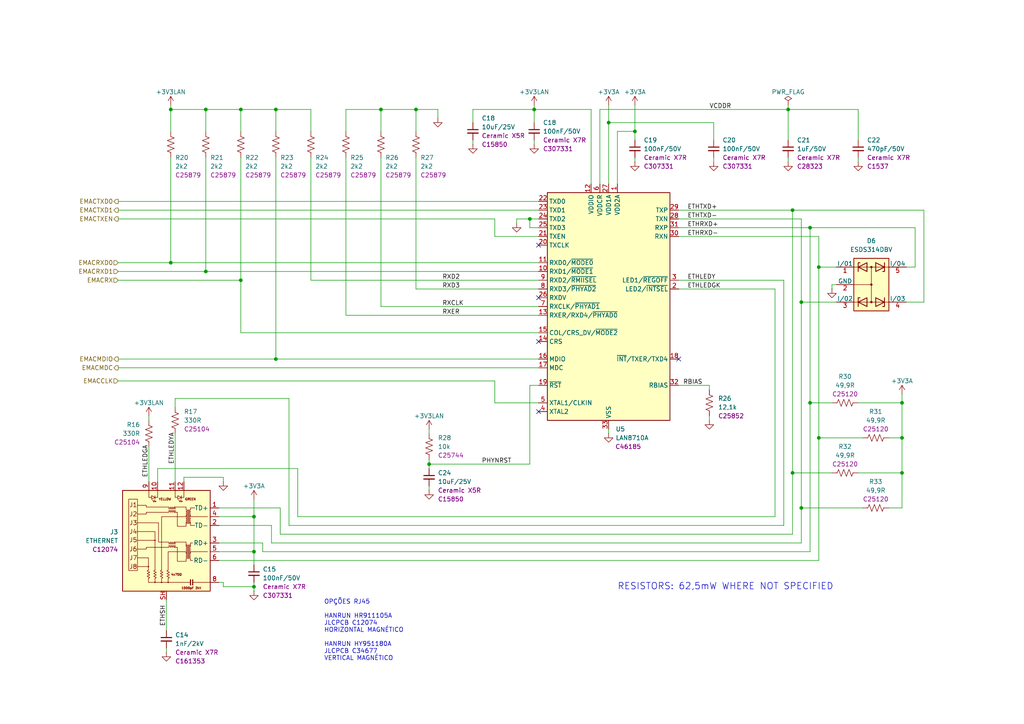
<source format=kicad_sch>
(kicad_sch (version 20250114) (generator "eeschema") (generator_version "9.0")
  (paper "A4")
  (title_block (title "ESP 24V 16xIn/16xOut/1-Wire Module") (date "2026-02-10") (rev "V5.2"))
  (lib_symbols
    (symbol "Device:C_Small" (pin_numbers (hide yes)) (pin_names (offset 0.254) (hide yes))
      (property "Reference" "C" (at 0.254 1.778 0))
      (property "Value" "C_Small" (at 0.254 -2.032 0))
      (symbol "C_Small_1_1"
        (pin passive line (at 0 2.54 270) (length 2.032) (name "~") (number "1"))
        (pin passive line (at 0 -2.54 90) (length 2.032) (name "~") (number "2"))
      )
    )
    (symbol "Device:R_US" (pin_numbers (hide yes)) (pin_names (offset 0))
      (property "Reference" "R" (at 2.54 0 90))
      (property "Value" "R_US" (at -2.54 0 90))
      (symbol "R_US_1_1"
        (pin passive line (at 0 3.81 270) (length 1.27) (name "~") (number "1"))
        (pin passive line (at 0 -3.81 90) (length 1.27) (name "~") (number "2"))
      )
    )
    (symbol "Interface_Ethernet:LAN8710A"
      (property "Reference" "U" (at -13.97 34.29 0))
      (property "Value" "LAN8710A" (at 17.78 34.29 0))
      (symbol "LAN8710A_1_1"
        (pin input line (at -20.32 30.48 0) (length 2.54) (name "TXD0") (number "22"))
        (pin input line (at -20.32 27.94 0) (length 2.54) (name "TXD1") (number "23"))
        (pin input line (at -20.32 25.4 0) (length 2.54) (name "TXD2") (number "24"))
        (pin input line (at -20.32 22.86 0) (length 2.54) (name "TXD3") (number "25"))
        (pin input line (at -20.32 20.32 0) (length 2.54) (name "TXEN") (number "21"))
        (pin output line (at -20.32 17.78 0) (length 2.54) (name "TXCLK") (number "20"))
        (pin bidirectional line (at -20.32 12.7 0) (length 2.54) (name "RXD0/~{MODE0}") (number "11"))
        (pin bidirectional line (at -20.32 10.16 0) (length 2.54) (name "RXD1/~{MODE1}") (number "10"))
        (pin bidirectional line (at -20.32 7.62 0) (length 2.54) (name "RXD2/~{RMIISEL}") (number "9"))
        (pin bidirectional line (at -20.32 5.08 0) (length 2.54) (name "RXD3/~{PHYAD2}") (number "8"))
        (pin output line (at -20.32 2.54 0) (length 2.54) (name "RXDV") (number "26"))
        (pin bidirectional line (at -20.32 0 0) (length 2.54) (name "RXCLK/~{PHYAD1}") (number "7"))
        (pin bidirectional line (at -20.32 -2.54 0) (length 2.54) (name "RXER/RXD4/~{PHYAD0}") (number "13"))
        (pin bidirectional line (at -20.32 -7.62 0) (length 2.54) (name "COL/CRS_DV/~{MODE2}") (number "15"))
        (pin output line (at -20.32 -10.16 0) (length 2.54) (name "CRS") (number "14"))
        (pin bidirectional line (at -20.32 -15.24 0) (length 2.54) (name "MDIO") (number "16"))
        (pin input line (at -20.32 -17.78 0) (length 2.54) (name "MDC") (number "17"))
        (pin input line (at -20.32 -22.86 0) (length 2.54) (name "~{RST}") (number "19"))
        (pin input line (at -20.32 -27.94 0) (length 2.54) (name "XTAL1/CLKIN") (number "5"))
        (pin output line (at -20.32 -30.48 0) (length 2.54) (name "XTAL2") (number "4"))
        (pin power_in line (at -5.08 35.56 270) (length 2.54) (name "VDDIO") (number "12"))
        (pin power_in line (at -2.54 35.56 270) (length 2.54) (name "VDDCR") (number "6"))
        (pin power_in line (at 0 35.56 270) (length 2.54) (name "VDD1A") (number "27"))
        (pin power_in line (at 0 -35.56 90) (length 2.54) (name "VSS") (number "33"))
        (pin power_in line (at 2.54 35.56 270) (length 2.54) (name "VDD2A") (number "1"))
        (pin bidirectional line (at 20.32 27.94 180) (length 2.54) (name "TXP") (number "29"))
        (pin bidirectional line (at 20.32 25.4 180) (length 2.54) (name "TXN") (number "28"))
        (pin bidirectional line (at 20.32 22.86 180) (length 2.54) (name "RXP") (number "31"))
        (pin bidirectional line (at 20.32 20.32 180) (length 2.54) (name "RXN") (number "30"))
        (pin bidirectional line (at 20.32 7.62 180) (length 2.54) (name "LED1/~{REGOFF}") (number "3"))
        (pin bidirectional line (at 20.32 5.08 180) (length 2.54) (name "LED2/~{INTSEL}") (number "2"))
        (pin bidirectional line (at 20.32 -15.24 180) (length 2.54) (name "~{INT}/TXER/TXD4") (number "18"))
        (pin passive line (at 20.32 -22.86 180) (length 2.54) (name "RBIAS") (number "32"))
      )
    )
    (symbol "Tales:+3V3A" (power) (pin_names (offset 0))
      (property "Value" "+3V3A" (at 0 3.556 0))
      (symbol "+3V3A_1_1"
        (pin power_in line (at 0 0 90) (length 0) (hide yes) (name "+3.3V") (number "1"))
      )
    )
    (symbol "Tales:+3V3LAN" (power) (pin_names (offset 0))
      (property "Value" "+3V3LAN" (at 0 3.556 0))
      (symbol "+3V3LAN_1_1"
        (pin power_in line (at 0 0 90) (length 0) (hide yes) (name "+3.3VLAN") (number "1"))
      )
    )
    (symbol "Tales:ESDS314DBV" (pin_names (offset 0))
      (property "Reference" "D" (at 0 12.7 0))
      (property "Value" "ESDS314DBV" (at 0 10.16 0))
      (symbol "ESDS314DBV_0_1"
        (pin passive line (at -10.16 5.08 0) (length 5.08) (name "I/01") (number "1"))
        (pin passive line (at -10.16 0 0) (length 5.08) (name "GND") (number "2"))
        (pin passive line (at -10.16 -5.08 0) (length 5.08) (name "I/02") (number "3"))
        (pin passive line (at 10.16 5.08 180) (length 5.08) (name "I/04") (number "5"))
        (pin passive line (at 10.16 -5.08 180) (length 5.08) (name "I/03") (number "4"))
      )
    )
    (symbol "Tales:RJ45_HanRun_HR915340A"
      (property "Reference" "J" (at 12.7 13.97 0))
      (property "Value" "RJ45_HanRun_HR915340A" (at 0 -17.78 0))
      (symbol "RJ45_HanRun_HR915340A_0_0"
        (text "J1" (at -10.795 8.509 0) (effects (font (size 1.27 1.27)) (justify left)))
        (text "J2" (at -10.795 5.842 0) (effects (font (size 1.27 1.27)) (justify left)))
        (text "J3" (at -10.795 3.302 0) (effects (font (size 1.27 1.27)) (justify left)))
        (text "J4" (at -10.795 0.762 0) (effects (font (size 1.27 1.27)) (justify left)))
        (text "J5" (at -10.795 -1.651 0) (effects (font (size 1.27 1.27)) (justify left)))
        (text "J6" (at -10.795 -4.318 0) (effects (font (size 1.27 1.27)) (justify left)))
        (text "J7" (at -10.795 -6.858 0) (effects (font (size 1.27 1.27)) (justify left)))
        (text "J8" (at -10.795 -9.398 0) (effects (font (size 1.27 1.27)) (justify left)))
        (text "YELLOW" (at -2.286 10.16 0) (effects (font (size 0.635 0.635)) (justify left)))
        (text "4x75Ω" (at 2.921 -11.684 0) (effects (font (size 0.635 0.635))))
        (text "GREEN" (at 5.334 10.16 0) (effects (font (size 0.635 0.635)) (justify left)))
        (text "1000pF 2kV" (at 7.239 -15.621 0) (effects (font (size 0.635 0.635))))
      )
      (symbol "RJ45_HanRun_HR915340A_1_1"
        (pin passive line (at -5.08 15.24 270) (length 2.54) (name "~") (number "9"))
        (pin passive line (at -2.54 15.24 270) (length 2.54) (name "~") (number "10"))
        (pin passive line (at 0 -19.05 90) (length 2.54) (name "~") (number "SH"))
        (pin passive line (at 2.54 15.24 270) (length 2.54) (name "~") (number "11"))
        (pin passive line (at 5.08 15.24 270) (length 2.54) (name "~") (number "12"))
        (pin no_connect line (at 12.7 -11.43 180) (length 2.54) (hide yes) (name "NC") (number "7"))
        (pin passive line (at 15.24 7.62 180) (length 2.54) (name "TD+") (number "1"))
        (pin passive line (at 15.24 5.08 180) (length 2.54) (name "~") (number "4"))
        (pin passive line (at 15.24 2.54 180) (length 2.54) (name "TD-") (number "2"))
        (pin passive line (at 15.24 -2.54 180) (length 2.54) (name "RD+") (number "3"))
        (pin passive line (at 15.24 -5.08 180) (length 2.54) (name "~") (number "5"))
        (pin passive line (at 15.24 -7.62 180) (length 2.54) (name "RD-") (number "6"))
        (pin passive line (at 15.24 -13.97 180) (length 2.54) (name "~") (number "8"))
      )
    )
    (symbol "power:GND" (power) (pin_numbers (hide yes)) (pin_names (offset 0) (hide yes))
      (property "Value" "GND" (at 0 -3.81 0))
      (symbol "GND_1_1"
        (pin power_in line (at 0 0 270) (length 0) (name "~") (number "1"))
      )
    )
    (symbol "power:PWR_FLAG" (power) (pin_numbers (hide yes)) (pin_names (offset 0) (hide yes))
      (property "Value" "PWR_FLAG" (at 0 3.81 0))
      (symbol "PWR_FLAG_0_0"
        (pin power_out line (at 0 0 90) (length 0) (name "~") (number "1"))
      )
    )
  )
  (text "OPÇÕES RJ45\n\nHANRUN HR911105A\nJLCPCB C12074\nHORIZONTAL MAGNÉTICO\n\nHANRUN HY951180A\nJLCPCB C34677\nVERTICAL MAGNÉTICO" (at 93.98 191.77 0) (effects (font (size 1.27 1.27)) (justify left bottom)))
  (text "RESISTORS: 62,5mW WHERE NOT SPECIFIED" (at 179.07 170.18 0) (effects (font (size 1.905 1.905)) (justify left)))
  (junction (at 232.41 147.32))
  (junction (at 234.95 116.84))
  (junction (at 80.01 104.14))
  (junction (at 59.69 78.74))
  (junction (at 49.53 31.75))
  (junction (at 110.49 31.75))
  (junction (at 229.87 60.96))
  (junction (at 80.01 31.75))
  (junction (at 73.66 160.02))
  (junction (at 261.62 127))
  (junction (at 59.69 31.75))
  (junction (at 237.49 127))
  (junction (at 154.94 31.75))
  (junction (at 176.53 35.56))
  (junction (at 73.66 149.86))
  (junction (at 69.85 81.28))
  (junction (at 120.65 31.75))
  (junction (at 49.53 76.2))
  (junction (at 229.87 137.16))
  (junction (at 153.67 63.5))
  (junction (at 232.41 87.63))
  (junction (at 261.62 116.84))
  (junction (at 261.62 137.16))
  (junction (at 124.46 134.62))
  (junction (at 69.85 31.75))
  (junction (at 237.49 77.47))
  (junction (at 184.15 38.1))
  (junction (at 228.6 31.75))
  (junction (at 234.95 66.04))
  (junction (at 73.66 170.18))
  (no_connect (at 156.21 99.06))
  (no_connect (at 156.21 86.36))
  (no_connect (at 196.85 104.14))
  (no_connect (at 156.21 71.12))
  (no_connect (at 156.21 119.38))
  (wire (pts (xy 176.53 35.56) (xy 176.53 53.34)))
  (wire (pts (xy 232.41 87.63) (xy 232.41 147.32)))
  (wire (pts (xy 80.01 45.72) (xy 80.01 104.14)))
  (wire (pts (xy 110.49 31.75) (xy 110.49 38.1)))
  (wire (pts (xy 137.16 31.75) (xy 154.94 31.75)))
  (wire (pts (xy 232.41 147.32) (xy 232.41 157.48)))
  (wire (pts (xy 64.77 138.43) (xy 64.77 139.7)))
  (wire (pts (xy 171.45 31.75) (xy 171.45 53.34)))
  (wire (pts (xy 64.77 170.18) (xy 64.77 168.91)))
  (wire (pts (xy 110.49 88.9) (xy 156.21 88.9)))
  (wire (pts (xy 241.3 82.55) (xy 242.57 82.55)))
  (wire (pts (xy 48.26 173.99) (xy 48.26 182.88)))
  (wire (pts (xy 228.6 31.75) (xy 248.92 31.75)))
  (wire (pts (xy 34.29 106.68) (xy 156.21 106.68)))
  (wire (pts (xy 49.53 30.48) (xy 49.53 31.75)))
  (wire (pts (xy 234.95 116.84) (xy 234.95 160.02)))
  (wire (pts (xy 110.49 31.75) (xy 100.33 31.75)))
  (wire (pts (xy 237.49 77.47) (xy 237.49 127)))
  (wire (pts (xy 69.85 31.75) (xy 69.85 38.1)))
  (wire (pts (xy 173.99 53.34) (xy 173.99 31.75)))
  (wire (pts (xy 257.81 147.32) (xy 261.62 147.32)))
  (wire (pts (xy 248.92 137.16) (xy 261.62 137.16)))
  (wire (pts (xy 156.21 111.76) (xy 153.67 111.76)))
  (wire (pts (xy 34.29 78.74) (xy 59.69 78.74)))
  (wire (pts (xy 156.21 96.52) (xy 69.85 96.52)))
  (wire (pts (xy 83.82 115.57) (xy 83.82 152.4)))
  (wire (pts (xy 49.53 31.75) (xy 49.53 38.1)))
  (wire (pts (xy 120.65 45.72) (xy 120.65 83.82)))
  (wire (pts (xy 81.28 154.94) (xy 229.87 154.94)))
  (wire (pts (xy 49.53 76.2) (xy 156.21 76.2)))
  (wire (pts (xy 179.07 38.1) (xy 179.07 53.34)))
  (wire (pts (xy 153.67 63.5) (xy 149.86 63.5)))
  (wire (pts (xy 34.29 63.5) (xy 143.51 63.5)))
  (wire (pts (xy 153.67 66.04) (xy 153.67 63.5)))
  (wire (pts (xy 59.69 31.75) (xy 49.53 31.75)))
  (wire (pts (xy 43.18 120.65) (xy 43.18 121.92)))
  (wire (pts (xy 90.17 31.75) (xy 90.17 38.1)))
  (wire (pts (xy 59.69 31.75) (xy 59.69 38.1)))
  (wire (pts (xy 137.16 35.56) (xy 137.16 31.75)))
  (wire (pts (xy 34.29 76.2) (xy 49.53 76.2)))
  (wire (pts (xy 100.33 31.75) (xy 100.33 38.1)))
  (wire (pts (xy 261.62 127) (xy 261.62 137.16)))
  (wire (pts (xy 124.46 140.97) (xy 124.46 142.24)))
  (wire (pts (xy 100.33 45.72) (xy 100.33 91.44)))
  (wire (pts (xy 262.89 77.47) (xy 265.43 77.47)))
  (wire (pts (xy 53.34 138.43) (xy 53.34 139.7)))
  (wire (pts (xy 267.97 87.63) (xy 267.97 60.96)))
  (wire (pts (xy 64.77 168.91) (xy 63.5 168.91)))
  (wire (pts (xy 59.69 78.74) (xy 156.21 78.74)))
  (wire (pts (xy 176.53 30.48) (xy 176.53 35.56)))
  (wire (pts (xy 205.74 111.76) (xy 196.85 111.76)))
  (wire (pts (xy 90.17 31.75) (xy 80.01 31.75)))
  (wire (pts (xy 196.85 68.58) (xy 237.49 68.58)))
  (wire (pts (xy 34.29 110.49) (xy 143.51 110.49)))
  (wire (pts (xy 43.18 129.54) (xy 43.18 139.7)))
  (wire (pts (xy 81.28 147.32) (xy 81.28 154.94)))
  (wire (pts (xy 90.17 81.28) (xy 156.21 81.28)))
  (wire (pts (xy 45.72 135.89) (xy 86.36 135.89)))
  (wire (pts (xy 154.94 40.64) (xy 154.94 41.91)))
  (wire (pts (xy 154.94 31.75) (xy 154.94 35.56)))
  (wire (pts (xy 124.46 124.46) (xy 124.46 125.73)))
  (wire (pts (xy 110.49 45.72) (xy 110.49 88.9)))
  (wire (pts (xy 153.67 134.62) (xy 124.46 134.62)))
  (wire (pts (xy 83.82 152.4) (xy 227.33 152.4)))
  (wire (pts (xy 120.65 31.75) (xy 110.49 31.75)))
  (wire (pts (xy 80.01 104.14) (xy 156.21 104.14)))
  (wire (pts (xy 143.51 68.58) (xy 156.21 68.58)))
  (wire (pts (xy 207.01 45.72) (xy 207.01 46.99)))
  (wire (pts (xy 228.6 31.75) (xy 228.6 40.64)))
  (wire (pts (xy 237.49 127) (xy 237.49 162.56)))
  (wire (pts (xy 69.85 45.72) (xy 69.85 81.28)))
  (wire (pts (xy 176.53 124.46) (xy 176.53 125.73)))
  (wire (pts (xy 50.8 139.7) (xy 50.8 125.73)))
  (wire (pts (xy 257.81 127) (xy 261.62 127)))
  (wire (pts (xy 137.16 40.64) (xy 137.16 41.91)))
  (wire (pts (xy 100.33 91.44) (xy 156.21 91.44)))
  (wire (pts (xy 228.6 30.48) (xy 228.6 31.75)))
  (wire (pts (xy 90.17 45.72) (xy 90.17 81.28)))
  (wire (pts (xy 45.72 139.7) (xy 45.72 135.89)))
  (wire (pts (xy 248.92 116.84) (xy 261.62 116.84)))
  (wire (pts (xy 237.49 68.58) (xy 237.49 77.47)))
  (wire (pts (xy 78.74 152.4) (xy 78.74 157.48)))
  (wire (pts (xy 63.5 147.32) (xy 81.28 147.32)))
  (wire (pts (xy 154.94 31.75) (xy 171.45 31.75)))
  (wire (pts (xy 59.69 31.75) (xy 69.85 31.75)))
  (wire (pts (xy 228.6 45.72) (xy 228.6 46.99)))
  (wire (pts (xy 143.51 63.5) (xy 143.51 68.58)))
  (wire (pts (xy 76.2 157.48) (xy 76.2 160.02)))
  (wire (pts (xy 48.26 187.96) (xy 48.26 189.23)))
  (wire (pts (xy 261.62 116.84) (xy 261.62 127)))
  (wire (pts (xy 234.95 116.84) (xy 241.3 116.84)))
  (wire (pts (xy 69.85 81.28) (xy 69.85 96.52)))
  (wire (pts (xy 265.43 77.47) (xy 265.43 66.04)))
  (wire (pts (xy 64.77 138.43) (xy 53.34 138.43)))
  (wire (pts (xy 261.62 116.84) (xy 261.62 114.3)))
  (wire (pts (xy 248.92 31.75) (xy 248.92 40.64)))
  (wire (pts (xy 124.46 133.35) (xy 124.46 134.62)))
  (wire (pts (xy 80.01 31.75) (xy 80.01 38.1)))
  (wire (pts (xy 34.29 104.14) (xy 80.01 104.14)))
  (wire (pts (xy 153.67 111.76) (xy 153.67 134.62)))
  (wire (pts (xy 63.5 152.4) (xy 78.74 152.4)))
  (wire (pts (xy 73.66 170.18) (xy 73.66 171.45)))
  (wire (pts (xy 124.46 134.62) (xy 124.46 135.89)))
  (wire (pts (xy 229.87 137.16) (xy 229.87 154.94)))
  (wire (pts (xy 232.41 147.32) (xy 250.19 147.32)))
  (wire (pts (xy 229.87 60.96) (xy 196.85 60.96)))
  (wire (pts (xy 173.99 31.75) (xy 228.6 31.75)))
  (wire (pts (xy 59.69 45.72) (xy 59.69 78.74)))
  (wire (pts (xy 86.36 135.89) (xy 86.36 149.86)))
  (wire (pts (xy 80.01 31.75) (xy 69.85 31.75)))
  (wire (pts (xy 205.74 113.03) (xy 205.74 111.76)))
  (wire (pts (xy 241.3 83.82) (xy 241.3 82.55)))
  (wire (pts (xy 50.8 115.57) (xy 83.82 115.57)))
  (wire (pts (xy 63.5 162.56) (xy 237.49 162.56)))
  (wire (pts (xy 78.74 157.48) (xy 232.41 157.48)))
  (wire (pts (xy 224.79 149.86) (xy 224.79 83.82)))
  (wire (pts (xy 265.43 66.04) (xy 234.95 66.04)))
  (wire (pts (xy 120.65 31.75) (xy 120.65 38.1)))
  (wire (pts (xy 127 31.75) (xy 127 34.29)))
  (wire (pts (xy 34.29 60.96) (xy 156.21 60.96)))
  (wire (pts (xy 73.66 168.91) (xy 73.66 170.18)))
  (wire (pts (xy 156.21 63.5) (xy 153.67 63.5)))
  (wire (pts (xy 232.41 63.5) (xy 196.85 63.5)))
  (wire (pts (xy 120.65 83.82) (xy 156.21 83.82)))
  (wire (pts (xy 184.15 38.1) (xy 184.15 40.64)))
  (wire (pts (xy 156.21 116.84) (xy 143.51 116.84)))
  (wire (pts (xy 64.77 170.18) (xy 73.66 170.18)))
  (wire (pts (xy 261.62 137.16) (xy 261.62 147.32)))
  (wire (pts (xy 149.86 63.5) (xy 149.86 64.77)))
  (wire (pts (xy 267.97 60.96) (xy 229.87 60.96)))
  (wire (pts (xy 248.92 45.72) (xy 248.92 46.99)))
  (wire (pts (xy 156.21 66.04) (xy 153.67 66.04)))
  (wire (pts (xy 196.85 81.28) (xy 227.33 81.28)))
  (wire (pts (xy 73.66 144.78) (xy 73.66 149.86)))
  (wire (pts (xy 76.2 160.02) (xy 234.95 160.02)))
  (wire (pts (xy 34.29 58.42) (xy 156.21 58.42)))
  (wire (pts (xy 154.94 30.48) (xy 154.94 31.75)))
  (wire (pts (xy 86.36 149.86) (xy 224.79 149.86)))
  (wire (pts (xy 207.01 35.56) (xy 207.01 40.64)))
  (wire (pts (xy 176.53 35.56) (xy 207.01 35.56)))
  (wire (pts (xy 227.33 152.4) (xy 227.33 81.28)))
  (wire (pts (xy 237.49 127) (xy 250.19 127)))
  (wire (pts (xy 120.65 31.75) (xy 127 31.75)))
  (wire (pts (xy 229.87 137.16) (xy 241.3 137.16)))
  (wire (pts (xy 237.49 77.47) (xy 242.57 77.47)))
  (wire (pts (xy 184.15 45.72) (xy 184.15 46.99)))
  (wire (pts (xy 232.41 87.63) (xy 242.57 87.63)))
  (wire (pts (xy 179.07 38.1) (xy 184.15 38.1)))
  (wire (pts (xy 229.87 60.96) (xy 229.87 137.16)))
  (wire (pts (xy 34.29 81.28) (xy 69.85 81.28)))
  (wire (pts (xy 232.41 63.5) (xy 232.41 87.63)))
  (wire (pts (xy 73.66 160.02) (xy 73.66 149.86)))
  (wire (pts (xy 63.5 160.02) (xy 73.66 160.02)))
  (wire (pts (xy 49.53 45.72) (xy 49.53 76.2)))
  (wire (pts (xy 63.5 157.48) (xy 76.2 157.48)))
  (wire (pts (xy 184.15 30.48) (xy 184.15 38.1)))
  (wire (pts (xy 196.85 83.82) (xy 224.79 83.82)))
  (wire (pts (xy 143.51 116.84) (xy 143.51 110.49)))
  (wire (pts (xy 205.74 120.65) (xy 205.74 121.92)))
  (wire (pts (xy 196.85 66.04) (xy 234.95 66.04)))
  (wire (pts (xy 50.8 118.11) (xy 50.8 115.57)))
  (wire (pts (xy 234.95 66.04) (xy 234.95 116.84)))
  (wire (pts (xy 73.66 160.02) (xy 73.66 163.83)))
  (wire (pts (xy 262.89 87.63) (xy 267.97 87.63)))
  (wire (pts (xy 73.66 149.86) (xy 63.5 149.86)))
  (label "ETHLEDY" (at 199.39 81.28 0))
  (label "PHYNRST" (at 139.7 134.62 0))
  (label "ETHLEDYA" (at 50.8 134.62 90))
  (label "ETHTXD+" (at 199.39 60.96 0))
  (label "ETHSH" (at 48.26 181.61 90))
  (label "ETHLEDGA" (at 43.18 138.43 90))
  (label "RBIAS" (at 198.12 111.76 0))
  (label "ETHRXD-" (at 199.39 68.58 0))
  (label "RXCLK" (at 128.27 88.9 0))
  (label "RXD2" (at 128.27 81.28 0))
  (label "ETHRXD+" (at 199.39 66.04 0))
  (label "VCDDR" (at 205.74 31.75 0))
  (label "RXD3" (at 128.27 83.82 0))
  (label "RXER" (at 128.27 91.44 0))
  (label "ETHLEDGK" (at 199.39 83.82 0))
  (label "ETHTXD-" (at 199.39 63.5 0))
  (hierarchical_label "EMACMDIO" (shape output) (at 34.29 104.14 180))
  (hierarchical_label "EMACTXEN" (shape output) (at 34.29 63.5 180))
  (hierarchical_label "EMACCLK" (shape input) (at 34.29 110.49 180))
  (hierarchical_label "EMACRXD1" (shape input) (at 34.29 78.74 180))
  (hierarchical_label "EMACMDC" (shape output) (at 34.29 106.68 180))
  (hierarchical_label "EMACRXD0" (shape input) (at 34.29 76.2 180))
  (hierarchical_label "EMACRX" (shape input) (at 34.29 81.28 180))
  (hierarchical_label "EMACTXD0" (shape output) (at 34.29 58.42 180))
  (hierarchical_label "EMACTXD1" (shape output) (at 34.29 60.96 180))
  (symbol (lib_id "Device:C_Small") (at 207.01 43.18 0) (unit 1)
    (property "Reference" "C20" (at 209.55 40.64 0) (effects (justify left)))
    (property "Value" "100nF/50V" (at 209.55 43.18 0) (effects (justify left)))
    (property "Footprint" "Tales:C_0402_1005Metric" (effects (hide yes)))
    (property "Description" "Unpolarized capacitor, small symbol" (effects (hide yes)))
    (property "Case" "0402/1005" (effects (hide yes)))
    (property "JLCPCB BOM" "1" (effects (hide yes)))
    (property "LCSC Part #" "C307331" (at 209.55 48.2538 0) (effects (justify left)))
    (property "Mfr" "Samsung" (effects (hide yes)))
    (property "Mfr PN" "CL05B104KB54PNC" (effects (hide yes)))
    (property "Technology" "Ceramic X7R" (at 209.55 45.7138 0) (effects (justify left)))
    (property "Vendor" "JLCPCB" (effects (hide yes)))
    (property "Vendor PN" "C307331" (effects (hide yes)))
  )
  (symbol (lib_id "power:GND") (at 184.15 46.99 0) (unit 1)
    (property "Reference" "#PWR057" (effects (hide yes)))
    (property "Value" "GND" (effects (hide yes)))
    (property "Description" "Power symbol creates a global label with name \"GND\" , ground" (effects (hide yes)))
  )
  (symbol (lib_id "Device:R_US") (at 245.11 116.84 90) (unit 1)
    (property "Reference" "R30" (at 245.11 109.22 90))
    (property "Value" "49,9R" (at 245.11 111.76 90))
    (property "Footprint" "Tales:R_0402_1005Metric" (effects (hide yes)))
    (property "Description" "Resistor, US symbol" (effects (hide yes)))
    (property "Case" "0402/1005" (effects (hide yes)))
    (property "JLCPCB BOM" "1" (effects (hide yes)))
    (property "LCSC Part #" "C25120" (at 245.11 114.3 90))
    (property "Mfr" "Uniroyal" (effects (hide yes)))
    (property "Mfr PN" "0402WGF499JTCE" (effects (hide yes)))
    (property "Technology" "1%" (effects (hide yes)))
    (property "Vendor" "JLCPCB" (effects (hide yes)))
    (property "Vendor PN" "C25120" (effects (hide yes)))
  )
  (symbol (lib_id "power:GND") (at 228.6 46.99 0) (unit 1)
    (property "Reference" "#PWR060" (effects (hide yes)))
    (property "Value" "GND" (effects (hide yes)))
    (property "Description" "Power symbol creates a global label with name \"GND\" , ground" (effects (hide yes)))
  )
  (symbol (lib_id "Tales:+3V3LAN") (at 43.18 120.65 0) (unit 1)
    (property "Reference" "#PWR0225" (effects (hide yes)))
    (property "Value" "+3V3LAN" (at 43.18 116.84 0))
    (property "Description" "Power symbol creates a global label with name \"+3V3LAN\"" (effects (hide yes)))
  )
  (symbol (lib_id "Device:R_US") (at 50.8 121.92 0) (unit 1)
    (property "Reference" "R17" (at 53.34 119.38 0) (effects (justify left)))
    (property "Value" "330R" (at 53.34 121.92 0) (effects (justify left)))
    (property "Footprint" "Tales:R_0402_1005Metric" (effects (hide yes)))
    (property "Description" "Resistor, US symbol" (effects (hide yes)))
    (property "Case" "0402/1005" (effects (hide yes)))
    (property "Mfr" "Uniroyal" (effects (hide yes)))
    (property "Vendor" "JLCPCB" (effects (hide yes)))
    (property "Mfr PN" "0402WGF3300TCE" (effects (hide yes)))
    (property "Technology" "1%" (effects (hide yes)))
    (property "Vendor PN" "C25104" (effects (hide yes)))
    (property "LCSC Part #" "C25104" (at 53.34 124.46 0) (effects (justify left)))
    (property "JLCPCB BOM" "1" (effects (hide yes)))
  )
  (symbol (lib_id "Device:C_Small") (at 124.46 138.43 0) (unit 1)
    (property "Reference" "C24" (at 127 137.16 0) (effects (justify left)))
    (property "Value" "10uF/25V" (at 127 139.7 0) (effects (justify left)))
    (property "Footprint" "Tales:C_0805_2012Metric" (effects (hide yes)))
    (property "Description" "Unpolarized capacitor, small symbol" (effects (hide yes)))
    (property "Mfr" "Samsung" (effects (hide yes)))
    (property "Mfr PN" "CL21A106KAYNNNE" (effects (hide yes)))
    (property "JLCPCB BOM" "1" (effects (hide yes)))
    (property "LCSC Part #" "C15850" (at 127 144.7738 0) (effects (justify left)))
    (property "Technology" "Ceramic X5R" (at 127 142.2338 0) (effects (justify left)))
    (property "Vendor" "JLCPCB" (effects (hide yes)))
    (property "Vendor PN" "C15850" (effects (hide yes)))
    (property "Case" "0805/2012" (effects (hide yes)))
  )
  (symbol (lib_id "Device:R_US") (at 69.85 41.91 0) (unit 1)
    (property "Reference" "R22" (at 71.12 45.72 0) (effects (justify left)))
    (property "Value" "2k2" (at 71.12 48.26 0) (effects (justify left)))
    (property "Footprint" "Tales:R_0402_1005Metric" (effects (hide yes)))
    (property "Description" "Resistor, US symbol" (effects (hide yes)))
    (property "Case" "0402/1005" (effects (hide yes)))
    (property "Mfr" "Uniroyal" (effects (hide yes)))
    (property "Vendor" "JLCPCB" (effects (hide yes)))
    (property "Mfr PN" "0402WGF2201TCE" (effects (hide yes)))
    (property "Technology" "1%" (effects (hide yes)))
    (property "Vendor PN" "C25879" (effects (hide yes)))
    (property "LCSC Part #" "C25879" (at 71.12 50.8 0) (effects (justify left)))
    (property "JLCPCB BOM" "1" (effects (hide yes)))
  )
  (symbol (lib_id "Device:R_US") (at 90.17 41.91 0) (unit 1)
    (property "Reference" "R24" (at 91.44 45.72 0) (effects (justify left)))
    (property "Value" "2k2" (at 91.44 48.26 0) (effects (justify left)))
    (property "Footprint" "Tales:R_0402_1005Metric" (effects (hide yes)))
    (property "Description" "Resistor, US symbol" (effects (hide yes)))
    (property "Case" "0402/1005" (effects (hide yes)))
    (property "Mfr" "Uniroyal" (effects (hide yes)))
    (property "Vendor" "JLCPCB" (effects (hide yes)))
    (property "Mfr PN" "0402WGF2201TCE" (effects (hide yes)))
    (property "Technology" "1%" (effects (hide yes)))
    (property "Vendor PN" "C25879" (effects (hide yes)))
    (property "LCSC Part #" "C25879" (at 91.44 50.8 0) (effects (justify left)))
    (property "JLCPCB BOM" "1" (effects (hide yes)))
  )
  (symbol (lib_id "Device:R_US") (at 254 127 90) (unit 1)
    (property "Reference" "R31" (at 254 119.38 90))
    (property "Value" "49,9R" (at 254 121.92 90))
    (property "Footprint" "Tales:R_0402_1005Metric" (effects (hide yes)))
    (property "Description" "Resistor, US symbol" (effects (hide yes)))
    (property "Case" "0402/1005" (effects (hide yes)))
    (property "JLCPCB BOM" "1" (effects (hide yes)))
    (property "LCSC Part #" "C25120" (at 254 124.46 90))
    (property "Mfr" "Uniroyal" (effects (hide yes)))
    (property "Mfr PN" "0402WGF499JTCE" (effects (hide yes)))
    (property "Technology" "1%" (effects (hide yes)))
    (property "Vendor" "JLCPCB" (effects (hide yes)))
    (property "Vendor PN" "C25120" (effects (hide yes)))
  )
  (symbol (lib_id "Device:C_Small") (at 73.66 166.37 0) (unit 1)
    (property "Reference" "C15" (at 76.2 165.1062 0) (effects (justify left)))
    (property "Value" "100nF/50V" (at 76.2 167.6462 0) (effects (justify left)))
    (property "Footprint" "Tales:C_0402_1005Metric" (effects (hide yes)))
    (property "Description" "Unpolarized capacitor, small symbol" (effects (hide yes)))
    (property "Case" "0402/1005" (effects (hide yes)))
    (property "JLCPCB BOM" "1" (effects (hide yes)))
    (property "LCSC Part #" "C307331" (at 76.2 172.72 0) (effects (justify left)))
    (property "Mfr" "Samsung" (effects (hide yes)))
    (property "Mfr PN" "CL05B104KB54PNC" (effects (hide yes)))
    (property "Technology" "Ceramic X7R" (at 76.2 170.18 0) (effects (justify left)))
    (property "Vendor" "JLCPCB" (effects (hide yes)))
    (property "Vendor PN" "C307331" (effects (hide yes)))
  )
  (symbol (lib_id "power:GND") (at 124.46 142.24 0) (unit 1)
    (property "Reference" "#PWR050" (effects (hide yes)))
    (property "Value" "GND" (effects (hide yes)))
    (property "Description" "Power symbol creates a global label with name \"GND\" , ground" (effects (hide yes)))
  )
  (symbol (lib_id "Device:R_US") (at 254 147.32 90) (unit 1)
    (property "Reference" "R33" (at 254 139.7 90))
    (property "Value" "49,9R" (at 254 142.24 90))
    (property "Footprint" "Tales:R_0402_1005Metric" (effects (hide yes)))
    (property "Description" "Resistor, US symbol" (effects (hide yes)))
    (property "Case" "0402/1005" (effects (hide yes)))
    (property "JLCPCB BOM" "1" (effects (hide yes)))
    (property "LCSC Part #" "C25120" (at 254 144.78 90))
    (property "Mfr" "Uniroyal" (effects (hide yes)))
    (property "Mfr PN" "0402WGF499JTCE" (effects (hide yes)))
    (property "Technology" "1%" (effects (hide yes)))
    (property "Vendor" "JLCPCB" (effects (hide yes)))
    (property "Vendor PN" "C25120" (effects (hide yes)))
  )
  (symbol (lib_id "Device:C_Small") (at 48.26 185.42 0) (unit 1)
    (property "Reference" "C14" (at 50.8 184.1562 0) (effects (justify left)))
    (property "Value" "1nF/2kV" (at 50.8 186.6962 0) (effects (justify left)))
    (property "Footprint" "Tales:C_1206_3216Metric" (effects (hide yes)))
    (property "Description" "Unpolarized capacitor, small symbol" (effects (hide yes)))
    (property "Case" "1206/3216" (effects (hide yes)))
    (property "JLCPCB BOM" "1" (effects (hide yes)))
    (property "LCSC Part #" "C161353" (at 50.8 191.77 0) (effects (justify left)))
    (property "Mfr" "Murata Electronics" (effects (hide yes)))
    (property "Mfr PN" "GR431BR7LA102KW66L" (effects (hide yes)))
    (property "Technology" "Ceramic X7R" (at 50.8 189.23 0) (effects (justify left)))
    (property "Vendor" "JLCPCB" (effects (hide yes)))
    (property "Vendor PN" "C161353" (effects (hide yes)))
  )
  (symbol (lib_id "Device:R_US") (at 43.18 125.73 0) (unit 1)
    (property "Reference" "R16" (at 40.64 123.19 0) (effects (justify right)))
    (property "Value" "330R" (at 40.64 125.73 0) (effects (justify right)))
    (property "Footprint" "Tales:R_0402_1005Metric" (effects (hide yes)))
    (property "Description" "Resistor, US symbol" (effects (hide yes)))
    (property "Case" "0402/1005" (effects (hide yes)))
    (property "Mfr" "Uniroyal" (effects (hide yes)))
    (property "Vendor" "JLCPCB" (effects (hide yes)))
    (property "Mfr PN" "0402WGF3300TCE" (effects (hide yes)))
    (property "Technology" "1%" (effects (hide yes)))
    (property "Vendor PN" "C25104" (effects (hide yes)))
    (property "LCSC Part #" "C25104" (at 40.64 128.27 0) (effects (justify right)))
    (property "JLCPCB BOM" "1" (effects (hide yes)))
  )
  (symbol (lib_id "Device:R_US") (at 120.65 41.91 0) (unit 1)
    (property "Reference" "R27" (at 121.92 45.72 0) (effects (justify left)))
    (property "Value" "2k2" (at 121.92 48.26 0) (effects (justify left)))
    (property "Footprint" "Tales:R_0402_1005Metric" (effects (hide yes)))
    (property "Description" "Resistor, US symbol" (effects (hide yes)))
    (property "Case" "0402/1005" (effects (hide yes)))
    (property "Mfr" "Uniroyal" (effects (hide yes)))
    (property "Vendor" "JLCPCB" (effects (hide yes)))
    (property "Mfr PN" "0402WGF2201TCE" (effects (hide yes)))
    (property "Technology" "1%" (effects (hide yes)))
    (property "Vendor PN" "C25879" (effects (hide yes)))
    (property "LCSC Part #" "C25879" (at 121.92 50.8 0) (effects (justify left)))
    (property "JLCPCB BOM" "1" (effects (hide yes)))
  )
  (symbol (lib_id "power:GND") (at 207.01 46.99 0) (unit 1)
    (property "Reference" "#PWR059" (effects (hide yes)))
    (property "Value" "GND" (effects (hide yes)))
    (property "Description" "Power symbol creates a global label with name \"GND\" , ground" (effects (hide yes)))
  )
  (symbol (lib_id "Device:C_Small") (at 137.16 38.1 0) (unit 1)
    (property "Reference" "C18" (at 139.7 34.2962 0) (effects (justify left)))
    (property "Value" "10uF/25V" (at 139.7 36.8362 0) (effects (justify left)))
    (property "Footprint" "Tales:C_0805_2012Metric" (effects (hide yes)))
    (property "Description" "Unpolarized capacitor, small symbol" (effects (hide yes)))
    (property "Mfr" "Samsung" (effects (hide yes)))
    (property "Mfr PN" "CL21A106KAYNNNE" (effects (hide yes)))
    (property "JLCPCB BOM" "1" (effects (hide yes)))
    (property "LCSC Part #" "C15850" (at 139.7 41.91 0) (effects (justify left)))
    (property "Technology" "Ceramic X5R" (at 139.7 39.37 0) (effects (justify left)))
    (property "Vendor" "JLCPCB" (effects (hide yes)))
    (property "Vendor PN" "C15850" (effects (hide yes)))
    (property "Case" "0805/2012" (effects (hide yes)))
  )
  (symbol (lib_id "power:GND") (at 127 34.29 0) (unit 1)
    (property "Reference" "#PWR044" (effects (hide yes)))
    (property "Value" "GND" (effects (hide yes)))
    (property "Description" "Power symbol creates a global label with name \"GND\" , ground" (effects (hide yes)))
  )
  (symbol (lib_id "Device:R_US") (at 59.69 41.91 0) (unit 1)
    (property "Reference" "R21" (at 60.96 45.72 0) (effects (justify left)))
    (property "Value" "2k2" (at 60.96 48.26 0) (effects (justify left)))
    (property "Footprint" "Tales:R_0402_1005Metric" (effects (hide yes)))
    (property "Description" "Resistor, US symbol" (effects (hide yes)))
    (property "Case" "0402/1005" (effects (hide yes)))
    (property "Mfr" "Uniroyal" (effects (hide yes)))
    (property "Vendor" "JLCPCB" (effects (hide yes)))
    (property "Mfr PN" "0402WGF2201TCE" (effects (hide yes)))
    (property "Technology" "1%" (effects (hide yes)))
    (property "Vendor PN" "C25879" (effects (hide yes)))
    (property "LCSC Part #" "C25879" (at 60.96 50.8 0) (effects (justify left)))
    (property "JLCPCB BOM" "1" (effects (hide yes)))
  )
  (symbol (lib_id "Tales:+3V3A") (at 73.66 144.78 0) (unit 1)
    (property "Reference" "#PWR041" (effects (hide yes)))
    (property "Value" "+3V3A" (at 73.66 140.97 0))
    (property "Description" "Power symbol creates a global label with name \"+3V3A\"" (effects (hide yes)))
  )
  (symbol (lib_id "power:GND") (at 154.94 41.91 0) (unit 1)
    (property "Reference" "#PWR054" (effects (hide yes)))
    (property "Value" "GND" (effects (hide yes)))
    (property "Description" "Power symbol creates a global label with name \"GND\" , ground" (effects (hide yes)))
  )
  (symbol (lib_id "power:GND") (at 241.3 83.82 0) (unit 1)
    (property "Reference" "#PWR061" (effects (hide yes)))
    (property "Value" "GND" (effects (hide yes)))
    (property "Description" "Power symbol creates a global label with name \"GND\" , ground" (effects (hide yes)))
  )
  (symbol (lib_id "Tales:RJ45_HanRun_HR915340A") (at 48.26 154.94 0) (unit 1)
    (property "Reference" "J3" (at 34.29 154.3049 0) (effects (justify right)))
    (property "Value" "ETHERNET" (at 34.29 156.8449 0) (effects (justify right)))
    (property "Footprint" "Tales:RJ45_HanRun_HR915340A" (effects (hide yes)))
    (property "Description" "LAN Transformer Jack, RJ45, 10/100 BaseTX, tab up" (effects (hide yes)))
    (property "JLCPCB BOM" "1" (effects (hide yes)))
    (property "LCSC Part #" "C12074" (at 34.29 159.3849 0) (effects (justify right)))
    (property "Mfr" "HanRun" (effects (hide yes)))
    (property "Mfr PN" "HR911105A" (effects (hide yes)))
    (property "Vendor" "JLCPCB" (effects (hide yes)))
    (property "Vendor PN" "C12074" (effects (hide yes)))
  )
  (symbol (lib_id "power:GND") (at 73.66 171.45 0) (unit 1)
    (property "Reference" "#PWR042" (effects (hide yes)))
    (property "Value" "GND" (effects (hide yes)))
    (property "Description" "Power symbol creates a global label with name \"GND\" , ground" (effects (hide yes)))
  )
  (symbol (lib_id "Device:R_US") (at 110.49 41.91 0) (unit 1)
    (property "Reference" "R26" (at 111.76 45.72 0) (effects (justify left)))
    (property "Value" "2k2" (at 111.76 48.26 0) (effects (justify left)))
    (property "Footprint" "Tales:R_0402_1005Metric" (effects (hide yes)))
    (property "Description" "Resistor, US symbol" (effects (hide yes)))
    (property "Case" "0402/1005" (effects (hide yes)))
    (property "Mfr" "Uniroyal" (effects (hide yes)))
    (property "Vendor" "JLCPCB" (effects (hide yes)))
    (property "Mfr PN" "0402WGF2201TCE" (effects (hide yes)))
    (property "Technology" "1%" (effects (hide yes)))
    (property "Vendor PN" "C25879" (effects (hide yes)))
    (property "LCSC Part #" "C25879" (at 111.76 50.8 0) (effects (justify left)))
    (property "JLCPCB BOM" "1" (effects (hide yes)))
  )
  (symbol (lib_id "power:PWR_FLAG") (at 228.6 30.48 0) (unit 1)
    (property "Reference" "#FLG06" (effects (hide yes)))
    (property "Value" "PWR_FLAG" (at 228.6 26.67 0))
    (property "Description" "Special symbol for telling ERC where power comes from" (effects (hide yes)))
  )
  (symbol (lib_id "power:GND") (at 248.92 46.99 0) (unit 1)
    (property "Reference" "#PWR062" (effects (hide yes)))
    (property "Value" "GND" (effects (hide yes)))
    (property "Description" "Power symbol creates a global label with name \"GND\" , ground" (effects (hide yes)))
  )
  (symbol (lib_id "Device:C_Small") (at 228.6 43.18 0) (unit 1)
    (property "Reference" "C21" (at 231.14 40.6462 0) (effects (justify left)))
    (property "Value" "1uF/50V" (at 231.14 43.1862 0) (effects (justify left)))
    (property "Footprint" "Tales:C_0805_2012Metric" (effects (hide yes)))
    (property "Description" "Unpolarized capacitor, small symbol" (effects (hide yes)))
    (property "Case" "0805/2012" (effects (hide yes)))
    (property "JLCPCB BOM" "1" (effects (hide yes)))
    (property "LCSC Part #" "C28323" (at 231.14 48.26 0) (effects (justify left)))
    (property "Mfr" "Samsung" (effects (hide yes)))
    (property "Mfr PN" "CL21B105KBFNNNE" (effects (hide yes)))
    (property "Technology" "Ceramic X7R" (at 231.14 45.72 0) (effects (justify left)))
    (property "Vendor" "JLCPCB" (effects (hide yes)))
    (property "Vendor PN" "C28323" (effects (hide yes)))
  )
  (symbol (lib_id "Tales:+3V3LAN") (at 124.46 124.46 0) (unit 1)
    (property "Reference" "#PWR049" (effects (hide yes)))
    (property "Value" "+3V3LAN" (at 124.46 120.65 0))
    (property "Description" "Power symbol creates a global label with name \"+3V3LAN\"" (effects (hide yes)))
  )
  (symbol (lib_id "Device:C_Small") (at 154.94 38.1 0) (unit 1)
    (property "Reference" "C18" (at 157.48 35.56 0) (effects (justify left)))
    (property "Value" "100nF/50V" (at 157.48 38.1 0) (effects (justify left)))
    (property "Footprint" "Tales:C_0402_1005Metric" (effects (hide yes)))
    (property "Description" "Unpolarized capacitor, small symbol" (effects (hide yes)))
    (property "Case" "0402/1005" (effects (hide yes)))
    (property "JLCPCB BOM" "1" (effects (hide yes)))
    (property "LCSC Part #" "C307331" (at 157.48 43.1738 0) (effects (justify left)))
    (property "Mfr" "Samsung" (effects (hide yes)))
    (property "Mfr PN" "CL05B104KB54PNC" (effects (hide yes)))
    (property "Technology" "Ceramic X7R" (at 157.48 40.6338 0) (effects (justify left)))
    (property "Vendor" "JLCPCB" (effects (hide yes)))
    (property "Vendor PN" "C307331" (effects (hide yes)))
  )
  (symbol (lib_id "power:GND") (at 64.77 139.7 0) (unit 1)
    (property "Reference" "#PWR040" (effects (hide yes)))
    (property "Value" "GND" (effects (hide yes)))
    (property "Description" "Power symbol creates a global label with name \"GND\" , ground" (effects (hide yes)))
  )
  (symbol (lib_id "Device:R_US") (at 49.53 41.91 0) (unit 1)
    (property "Reference" "R20" (at 50.8 45.72 0) (effects (justify left)))
    (property "Value" "2k2" (at 50.8 48.26 0) (effects (justify left)))
    (property "Footprint" "Tales:R_0402_1005Metric" (effects (hide yes)))
    (property "Description" "Resistor, US symbol" (effects (hide yes)))
    (property "Case" "0402/1005" (effects (hide yes)))
    (property "Mfr" "Uniroyal" (effects (hide yes)))
    (property "Vendor" "JLCPCB" (effects (hide yes)))
    (property "Mfr PN" "0402WGF2201TCE" (effects (hide yes)))
    (property "Technology" "1%" (effects (hide yes)))
    (property "Vendor PN" "C25879" (effects (hide yes)))
    (property "LCSC Part #" "C25879" (at 50.8 50.8 0) (effects (justify left)))
    (property "JLCPCB BOM" "1" (effects (hide yes)))
  )
  (symbol (lib_id "Device:R_US") (at 124.46 129.54 180) (unit 1)
    (property "Reference" "R28" (at 127 126.9999 0) (effects (justify right)))
    (property "Value" "10k" (at 127 129.5399 0) (effects (justify right)))
    (property "Footprint" "Tales:R_0402_1005Metric" (effects (hide yes)))
    (property "Description" "Resistor, US symbol" (effects (hide yes)))
    (property "Mfr" "Uniroyal" (effects (hide yes)))
    (property "Vendor" "JLCPCB" (effects (hide yes)))
    (property "Mfr PN" "0402WGF1002TCE" (effects (hide yes)))
    (property "Technology" "1%" (effects (hide yes)))
    (property "Vendor PN" "C25744" (effects (hide yes)))
    (property "LCSC Part #" "C25744" (at 127 132.0799 0) (effects (justify right)))
    (property "JLCPCB BOM" "1" (effects (hide yes)))
    (property "Case" "0402/1005" (effects (hide yes)))
  )
  (symbol (lib_id "Device:R_US") (at 100.33 41.91 0) (unit 1)
    (property "Reference" "R25" (at 101.6 45.72 0) (effects (justify left)))
    (property "Value" "2k2" (at 101.6 48.26 0) (effects (justify left)))
    (property "Footprint" "Tales:R_0402_1005Metric" (effects (hide yes)))
    (property "Description" "Resistor, US symbol" (effects (hide yes)))
    (property "Case" "0402/1005" (effects (hide yes)))
    (property "Mfr" "Uniroyal" (effects (hide yes)))
    (property "Vendor" "JLCPCB" (effects (hide yes)))
    (property "Mfr PN" "0402WGF2201TCE" (effects (hide yes)))
    (property "Technology" "1%" (effects (hide yes)))
    (property "Vendor PN" "C25879" (effects (hide yes)))
    (property "LCSC Part #" "C25879" (at 101.6 50.8 0) (effects (justify left)))
    (property "JLCPCB BOM" "1" (effects (hide yes)))
  )
  (symbol (lib_id "power:GND") (at 149.86 64.77 0) (unit 1)
    (property "Reference" "#PWR052" (effects (hide yes)))
    (property "Value" "GND" (effects (hide yes)))
    (property "Description" "Power symbol creates a global label with name \"GND\" , ground" (effects (hide yes)))
  )
  (symbol (lib_id "Tales:+3V3A") (at 176.53 30.48 0) (unit 1)
    (property "Reference" "#PWR055" (effects (hide yes)))
    (property "Value" "+3V3A" (at 176.53 26.67 0))
    (property "Description" "Power symbol creates a global label with name \"+3V3A\"" (effects (hide yes)))
  )
  (symbol (lib_id "Device:C_Small") (at 248.92 43.18 0) (unit 1)
    (property "Reference" "C22" (at 251.46 40.64 0) (effects (justify left)))
    (property "Value" "470pF/50V" (at 251.46 43.18 0) (effects (justify left)))
    (property "Footprint" "Tales:C_0402_1005Metric" (effects (hide yes)))
    (property "Description" "Unpolarized capacitor, small symbol" (effects (hide yes)))
    (property "Case" "0402/1005" (effects (hide yes)))
    (property "JLCPCB BOM" "1" (effects (hide yes)))
    (property "LCSC Part #" "C1537" (at 251.46 48.26 0) (effects (justify left)))
    (property "Mfr" "FH" (effects (hide yes)))
    (property "Mfr PN" "0402B471K500NT" (effects (hide yes)))
    (property "Technology" "Ceramic X7R" (at 251.46 45.72 0) (effects (justify left)))
    (property "Vendor" "JLCPCB" (effects (hide yes)))
    (property "Vendor PN" "C1537" (effects (hide yes)))
  )
  (symbol (lib_id "power:GND") (at 205.74 121.92 0) (unit 1)
    (property "Reference" "#PWR058" (effects (hide yes)))
    (property "Value" "GND" (effects (hide yes)))
    (property "Description" "Power symbol creates a global label with name \"GND\" , ground" (effects (hide yes)))
  )
  (symbol (lib_id "Tales:ESDS314DBV") (at 252.73 82.55 0) (unit 1)
    (property "Reference" "D6" (at 252.73 69.85 0))
    (property "Value" "ESDS314DBV" (at 252.73 72.39 0))
    (property "Footprint" "Tales:SOT-23-5" (effects (hide yes)))
    (property "Description" "Data-line surge and ESD protection diode array" (effects (hide yes)))
    (property "Vendor" "JLCPCB" (effects (hide yes)))
    (property "Case" "SOT-23-5" (effects (hide yes)))
    (property "JLCPCB BOM" "1" (effects (hide yes)))
    (property "LCSC Part #" "C1847859" (effects (hide yes)))
    (property "Mfr" "Texas Instruments" (effects (hide yes)))
    (property "Mfr PN" "ESDS314DBVR" (effects (hide yes)))
    (property "Vendor PN" "C1847859" (effects (hide yes)))
  )
  (symbol (lib_id "Tales:+3V3A") (at 261.62 114.3 0) (unit 1)
    (property "Reference" "#PWR063" (effects (hide yes)))
    (property "Value" "+3V3A" (at 261.62 110.49 0))
    (property "Description" "Power symbol creates a global label with name \"+3V3A\"" (effects (hide yes)))
  )
  (symbol (lib_id "power:GND") (at 48.26 189.23 0) (unit 1)
    (property "Reference" "#PWR038" (effects (hide yes)))
    (property "Value" "GND" (effects (hide yes)))
    (property "Description" "Power symbol creates a global label with name \"GND\" , ground" (effects (hide yes)))
  )
  (symbol (lib_id "Interface_Ethernet:LAN8710A") (at 176.53 88.9 0) (unit 1)
    (property "Reference" "U5" (at 178.5494 124.46 0) (effects (justify left)))
    (property "Value" "LAN8710A" (at 178.5494 127 0) (effects (justify left)))
    (property "Footprint" "Tales:QFN-32-1EP_5x5mm_P0.5mm_EP3.3x3.3mm_ThermalVias" (effects (hide yes)))
    (property "Datasheet" "http://ww1.microchip.com/downloads/en/DeviceDoc/8710a.pdf" (effects (hide yes)))
    (property "Description" "LAN8710 Ethernet PHY with MII/RMII interface, QFN-32" (effects (hide yes)))
    (property "Case" "QFN-32" (effects (hide yes)))
    (property "JLCPCB BOM" "1" (effects (hide yes)))
    (property "LCSC Part #" "C46185" (at 178.435 129.54 0) (effects (justify left)))
    (property "Mfr" "Microchip" (effects (hide yes)))
    (property "Mfr PN" "LAN8710A-EZC-TR" (effects (hide yes)))
    (property "Vendor" "JLCPCB" (effects (hide yes)))
    (property "Vendor PN" "C46185" (effects (hide yes)))
  )
  (symbol (lib_id "Device:R_US") (at 80.01 41.91 0) (unit 1)
    (property "Reference" "R23" (at 81.28 45.72 0) (effects (justify left)))
    (property "Value" "2k2" (at 81.28 48.26 0) (effects (justify left)))
    (property "Footprint" "Tales:R_0402_1005Metric" (effects (hide yes)))
    (property "Description" "Resistor, US symbol" (effects (hide yes)))
    (property "Case" "0402/1005" (effects (hide yes)))
    (property "Mfr" "Uniroyal" (effects (hide yes)))
    (property "Vendor" "JLCPCB" (effects (hide yes)))
    (property "Mfr PN" "0402WGF2201TCE" (effects (hide yes)))
    (property "Technology" "1%" (effects (hide yes)))
    (property "Vendor PN" "C25879" (effects (hide yes)))
    (property "LCSC Part #" "C25879" (at 81.28 50.8 0) (effects (justify left)))
    (property "JLCPCB BOM" "1" (effects (hide yes)))
  )
  (symbol (lib_id "power:GND") (at 137.16 41.91 0) (unit 1)
    (property "Reference" "#PWR048" (effects (hide yes)))
    (property "Value" "GND" (effects (hide yes)))
    (property "Description" "Power symbol creates a global label with name \"GND\" , ground" (effects (hide yes)))
  )
  (symbol (lib_id "Tales:+3V3LAN") (at 154.94 30.48 0) (unit 1)
    (property "Reference" "#PWR053" (effects (hide yes)))
    (property "Value" "+3V3LAN" (at 154.94 26.67 0))
    (property "Description" "Power symbol creates a global label with name \"+3V3LAN\"" (effects (hide yes)))
  )
  (symbol (lib_id "Device:C_Small") (at 184.15 43.18 0) (unit 1)
    (property "Reference" "C19" (at 186.69 40.64 0) (effects (justify left)))
    (property "Value" "100nF/50V" (at 186.69 43.18 0) (effects (justify left)))
    (property "Footprint" "Tales:C_0402_1005Metric" (effects (hide yes)))
    (property "Description" "Unpolarized capacitor, small symbol" (effects (hide yes)))
    (property "Case" "0402/1005" (effects (hide yes)))
    (property "JLCPCB BOM" "1" (effects (hide yes)))
    (property "LCSC Part #" "C307331" (at 186.69 48.2538 0) (effects (justify left)))
    (property "Mfr" "Samsung" (effects (hide yes)))
    (property "Mfr PN" "CL05B104KB54PNC" (effects (hide yes)))
    (property "Technology" "Ceramic X7R" (at 186.69 45.7138 0) (effects (justify left)))
    (property "Vendor" "JLCPCB" (effects (hide yes)))
    (property "Vendor PN" "C307331" (effects (hide yes)))
  )
  (symbol (lib_id "power:GND") (at 176.53 125.73 0) (unit 1)
    (property "Reference" "#PWR056" (effects (hide yes)))
    (property "Value" "GND" (effects (hide yes)))
    (property "Description" "Power symbol creates a global label with name \"GND\" , ground" (effects (hide yes)))
  )
  (symbol (lib_id "Device:R_US") (at 205.74 116.84 0) (unit 1)
    (property "Reference" "R26" (at 208.28 115.5699 0) (effects (justify left)))
    (property "Value" "12,1k" (at 208.28 118.1099 0) (effects (justify left)))
    (property "Footprint" "Tales:R_0402_1005Metric" (effects (hide yes)))
    (property "Description" "Resistor, US symbol" (effects (hide yes)))
    (property "Case" "0402/1005" (effects (hide yes)))
    (property "JLCPCB BOM" "1" (effects (hide yes)))
    (property "LCSC Part #" "C25852" (at 208.28 120.65 0) (effects (justify left)))
    (property "Mfr" "Uniroyal" (effects (hide yes)))
    (property "Mfr PN" "0402WGF1212TCE" (effects (hide yes)))
    (property "Technology" "1%" (effects (hide yes)))
    (property "Vendor" "JLCPCB" (effects (hide yes)))
    (property "Vendor PN" "C25852" (effects (hide yes)))
  )
  (symbol (lib_id "Tales:+3V3LAN") (at 49.53 30.48 0) (unit 1)
    (property "Reference" "#PWR036" (effects (hide yes)))
    (property "Value" "+3V3LAN" (at 49.53 26.67 0))
    (property "Description" "Power symbol creates a global label with name \"+3V3LAN\"" (effects (hide yes)))
  )
  (symbol (lib_id "Device:R_US") (at 245.11 137.16 90) (unit 1)
    (property "Reference" "R32" (at 245.11 129.54 90))
    (property "Value" "49,9R" (at 245.11 132.08 90))
    (property "Footprint" "Tales:R_0402_1005Metric" (effects (hide yes)))
    (property "Description" "Resistor, US symbol" (effects (hide yes)))
    (property "Case" "0402/1005" (effects (hide yes)))
    (property "JLCPCB BOM" "1" (effects (hide yes)))
    (property "LCSC Part #" "C25120" (at 245.11 134.62 90))
    (property "Mfr" "Uniroyal" (effects (hide yes)))
    (property "Mfr PN" "0402WGF499JTCE" (effects (hide yes)))
    (property "Technology" "1%" (effects (hide yes)))
    (property "Vendor" "JLCPCB" (effects (hide yes)))
    (property "Vendor PN" "C25120" (effects (hide yes)))
  )
  (symbol (lib_id "Tales:+3V3A") (at 184.15 30.48 0) (unit 1)
    (property "Reference" "#PWR055" (effects (hide yes)))
    (property "Value" "+3V3A" (at 184.15 26.67 0))
    (property "Description" "Power symbol creates a global label with name \"+3V3A\"" (effects (hide yes)))
  )
)
</source>
